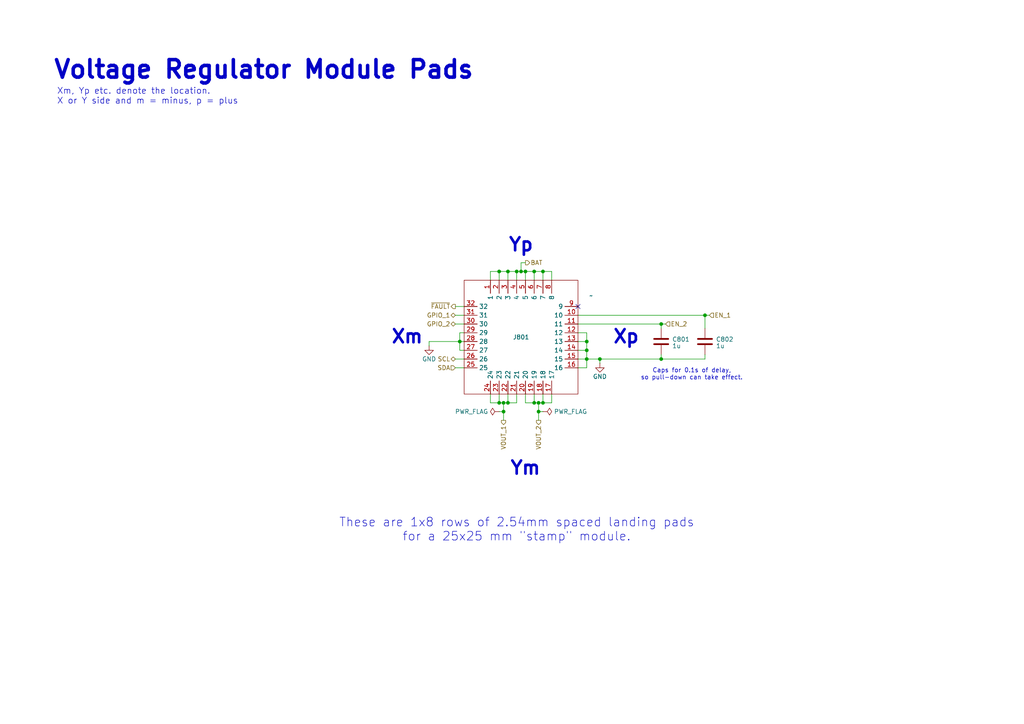
<source format=kicad_sch>
(kicad_sch (version 20250114) (generator "eeschema") (generator_version "9.0")
  (paper "A4")
  (title_block (title "bac EPS v1") (date "2024-09-30") (rev "1") (company "Build a CubeSat") (comment 1 "Manuel Imboden") (comment 2 "CC BY-SA 4.0") (comment 3 "https://buildacubesat.space"))
  (lib_symbols
    (symbol "Device:C" (pin_numbers (hide yes)) (pin_names (offset 0.254))
      (property "Reference" "C" (at 0.635 2.54 0))
      (property "Value" "C" (at 0.635 -2.54 0))
      (symbol "C_0_1"
        (polyline (pts (xy -2.032 0.762) (xy 2.032 0.762)) (stroke (width 0.508)))
        (polyline (pts (xy -2.032 -0.762) (xy 2.032 -0.762)) (stroke (width 0.508)))
      )
      (symbol "C_1_1"
        (pin passive line (at 0 3.81 270) (length 2.794) (name "~") (number "1"))
        (pin passive line (at 0 -3.81 90) (length 2.794) (name "~") (number "2"))
      )
    )
    (symbol "bac EPS v1:bac EPS v1 Module"
      (property "Reference" "J" (at -0.254 0 0))
      (symbol "bac EPS v1 Module_0_1"
        (rectangle (start -16.51 16.51) (end 16.51 -16.51))
      )
      (symbol "bac EPS v1 Module_1_1"
        (pin passive line (at -16.51 8.89 0) (length 3.81) (name "32") (number "32"))
        (pin passive line (at -16.51 6.35 0) (length 3.81) (name "31") (number "31"))
        (pin passive line (at -16.51 3.81 0) (length 3.81) (name "30") (number "30"))
        (pin passive line (at -16.51 1.27 0) (length 3.81) (name "29") (number "29"))
        (pin passive line (at -16.51 -1.27 0) (length 3.81) (name "28") (number "28"))
        (pin passive line (at -16.51 -3.81 0) (length 3.81) (name "27") (number "27"))
        (pin passive line (at -16.51 -6.35 0) (length 3.81) (name "26") (number "26"))
        (pin passive line (at -16.51 -8.89 0) (length 3.81) (name "25") (number "25"))
        (pin passive line (at -8.89 16.51 270) (length 3.81) (name "1") (number "1"))
        (pin passive line (at -8.89 -16.51 90) (length 3.81) (name "24") (number "24"))
        (pin passive line (at -6.35 16.51 270) (length 3.81) (name "2") (number "2"))
        (pin passive line (at -6.35 -16.51 90) (length 3.81) (name "23") (number "23"))
        (pin passive line (at -3.81 16.51 270) (length 3.81) (name "3") (number "3"))
        (pin passive line (at -3.81 -16.51 90) (length 3.81) (name "22") (number "22"))
        (pin passive line (at -1.27 16.51 270) (length 3.81) (name "4") (number "4"))
        (pin passive line (at -1.27 -16.51 90) (length 3.81) (name "21") (number "21"))
        (pin passive line (at 1.27 16.51 270) (length 3.81) (name "5") (number "5"))
        (pin passive line (at 1.27 -16.51 90) (length 3.81) (name "20") (number "20"))
        (pin passive line (at 3.81 16.51 270) (length 3.81) (name "6") (number "6"))
        (pin passive line (at 3.81 -16.51 90) (length 3.81) (name "19") (number "19"))
        (pin passive line (at 6.35 16.51 270) (length 3.81) (name "7") (number "7"))
        (pin passive line (at 6.35 -16.51 90) (length 3.81) (name "18") (number "18"))
        (pin passive line (at 8.89 16.51 270) (length 3.81) (name "8") (number "8"))
        (pin passive line (at 8.89 -16.51 90) (length 3.81) (name "17") (number "17"))
        (pin passive line (at 16.51 8.89 180) (length 3.81) (name "9") (number "9"))
        (pin passive line (at 16.51 6.35 180) (length 3.81) (name "10") (number "10"))
        (pin passive line (at 16.51 3.81 180) (length 3.81) (name "11") (number "11"))
        (pin passive line (at 16.51 1.27 180) (length 3.81) (name "12") (number "12"))
        (pin passive line (at 16.51 -1.27 180) (length 3.81) (name "13") (number "13"))
        (pin passive line (at 16.51 -3.81 180) (length 3.81) (name "14") (number "14"))
        (pin passive line (at 16.51 -6.35 180) (length 3.81) (name "15") (number "15"))
        (pin passive line (at 16.51 -8.89 180) (length 3.81) (name "16") (number "16"))
      )
    )
    (symbol "power:GND" (power) (pin_numbers (hide yes)) (pin_names (offset 0) (hide yes))
      (property "Value" "GND" (at 0 -3.81 0))
      (symbol "GND_0_1"
        (polyline (pts (xy 0 0) (xy 0 -1.27) (xy 1.27 -1.27) (xy 0 -2.54) (xy -1.27 -1.27) (xy 0 -1.27)))
      )
      (symbol "GND_1_1"
        (pin power_in line (at 0 0 270) (length 0) (name "~") (number "1"))
      )
    )
    (symbol "power:PWR_FLAG" (power) (pin_numbers (hide yes)) (pin_names (offset 0) (hide yes))
      (property "Value" "PWR_FLAG" (at 0 3.81 0))
      (symbol "PWR_FLAG_0_0"
        (pin power_out line (at 0 0 90) (length 0) (name "~") (number "1"))
      )
      (symbol "PWR_FLAG_0_1"
        (polyline (pts (xy 0 0) (xy 0 1.27) (xy -1.016 1.905) (xy 0 2.54) (xy 1.016 1.905) (xy 0 1.27)))
      )
    )
  )
  (text "Caps for 0.1s of delay,\nso pull-down can take effect." (at 200.66 108.585 0) (effects (font (size 1.27 1.27))))
  (text "These are 1x8 rows of 2.54mm spaced landing pads\nfor a 25x25 mm \"stamp\" module." (at 149.86 153.67 0) (effects (font (size 2.54 2.54))))
  (text "Ym" (at 152.4 135.89 0) (effects (font (size 3.81 3.81) (thickness 0.762) (bold yes))))
  (text "Xp" (at 181.61 97.79 0) (effects (font (size 3.81 3.81) (thickness 0.762) (bold yes))))
  (text "Xm" (at 118.11 97.79 0) (effects (font (size 3.81 3.81) (thickness 0.762) (bold yes))))
  (text "Xm, Yp etc. denote the location.\nX or Y side and m = minus, p = plus" (at 16.51 27.94 0) (effects (font (size 1.778 1.778)) (justify left)))
  (text "Yp" (at 151.13 71.12 0) (effects (font (size 3.81 3.81) (thickness 0.762) (bold yes))))
  (text "Voltage Regulator Module Pads" (at 15.24 20.32 0) (effects (font (size 5.08 5.08) (thickness 1.016) (bold yes)) (justify left)))
  (junction (at 157.48 116.84))
  (junction (at 157.48 78.74))
  (junction (at 144.78 78.74))
  (junction (at 152.4 78.74))
  (junction (at 173.99 104.14))
  (junction (at 151.13 78.74))
  (junction (at 154.94 116.84))
  (junction (at 146.05 119.38))
  (junction (at 156.21 116.84))
  (junction (at 147.32 116.84))
  (junction (at 204.47 91.44))
  (junction (at 170.18 101.6))
  (junction (at 170.18 104.14))
  (junction (at 191.77 93.98))
  (junction (at 191.77 104.14))
  (junction (at 147.32 78.74))
  (junction (at 170.18 99.06))
  (junction (at 149.86 78.74))
  (junction (at 133.35 99.06))
  (junction (at 146.05 116.84))
  (junction (at 144.78 116.84))
  (junction (at 154.94 78.74))
  (junction (at 156.21 119.38))
  (no_connect (at 167.64 88.9))
  (wire (pts (xy 147.32 78.74) (xy 147.32 81.28)))
  (wire (pts (xy 134.62 101.6) (xy 133.35 101.6)))
  (wire (pts (xy 154.94 116.84) (xy 152.4 116.84)))
  (wire (pts (xy 134.62 91.44) (xy 132.08 91.44)))
  (wire (pts (xy 191.77 93.98) (xy 191.77 95.25)))
  (wire (pts (xy 149.86 116.84) (xy 147.32 116.84)))
  (wire (pts (xy 167.64 96.52) (xy 170.18 96.52)))
  (wire (pts (xy 156.21 116.84) (xy 154.94 116.84)))
  (wire (pts (xy 144.78 114.3) (xy 144.78 116.84)))
  (wire (pts (xy 146.05 121.92) (xy 146.05 119.38)))
  (wire (pts (xy 191.77 102.87) (xy 191.77 104.14)))
  (wire (pts (xy 152.4 114.3) (xy 152.4 116.84)))
  (wire (pts (xy 167.64 93.98) (xy 191.77 93.98)))
  (wire (pts (xy 157.48 116.84) (xy 156.21 116.84)))
  (wire (pts (xy 152.4 78.74) (xy 154.94 78.74)))
  (wire (pts (xy 152.4 78.74) (xy 152.4 81.28)))
  (wire (pts (xy 147.32 116.84) (xy 146.05 116.84)))
  (wire (pts (xy 147.32 78.74) (xy 149.86 78.74)))
  (wire (pts (xy 173.99 104.14) (xy 173.99 105.41)))
  (wire (pts (xy 157.48 78.74) (xy 160.02 78.74)))
  (wire (pts (xy 156.21 119.38) (xy 157.48 119.38)))
  (wire (pts (xy 156.21 116.84) (xy 156.21 119.38)))
  (wire (pts (xy 170.18 101.6) (xy 170.18 104.14)))
  (wire (pts (xy 204.47 91.44) (xy 204.47 95.25)))
  (wire (pts (xy 157.48 114.3) (xy 157.48 116.84)))
  (wire (pts (xy 133.35 96.52) (xy 133.35 99.06)))
  (wire (pts (xy 151.13 76.2) (xy 151.13 78.74)))
  (wire (pts (xy 124.46 99.06) (xy 133.35 99.06)))
  (wire (pts (xy 142.24 81.28) (xy 142.24 78.74)))
  (wire (pts (xy 144.78 116.84) (xy 142.24 116.84)))
  (wire (pts (xy 151.13 78.74) (xy 152.4 78.74)))
  (wire (pts (xy 170.18 104.14) (xy 170.18 106.68)))
  (wire (pts (xy 160.02 116.84) (xy 157.48 116.84)))
  (wire (pts (xy 154.94 114.3) (xy 154.94 116.84)))
  (wire (pts (xy 170.18 96.52) (xy 170.18 99.06)))
  (wire (pts (xy 149.86 78.74) (xy 151.13 78.74)))
  (wire (pts (xy 173.99 104.14) (xy 170.18 104.14)))
  (wire (pts (xy 146.05 119.38) (xy 144.78 119.38)))
  (wire (pts (xy 167.64 91.44) (xy 204.47 91.44)))
  (wire (pts (xy 170.18 99.06) (xy 170.18 101.6)))
  (wire (pts (xy 132.08 88.9) (xy 134.62 88.9)))
  (wire (pts (xy 191.77 104.14) (xy 204.47 104.14)))
  (wire (pts (xy 134.62 99.06) (xy 133.35 99.06)))
  (wire (pts (xy 167.64 106.68) (xy 170.18 106.68)))
  (wire (pts (xy 167.64 99.06) (xy 170.18 99.06)))
  (wire (pts (xy 147.32 114.3) (xy 147.32 116.84)))
  (wire (pts (xy 173.99 104.14) (xy 191.77 104.14)))
  (wire (pts (xy 134.62 96.52) (xy 133.35 96.52)))
  (wire (pts (xy 160.02 78.74) (xy 160.02 81.28)))
  (wire (pts (xy 167.64 101.6) (xy 170.18 101.6)))
  (wire (pts (xy 144.78 78.74) (xy 144.78 81.28)))
  (wire (pts (xy 151.13 76.2) (xy 152.4 76.2)))
  (wire (pts (xy 154.94 78.74) (xy 154.94 81.28)))
  (wire (pts (xy 157.48 78.74) (xy 157.48 81.28)))
  (wire (pts (xy 204.47 91.44) (xy 205.74 91.44)))
  (wire (pts (xy 142.24 114.3) (xy 142.24 116.84)))
  (wire (pts (xy 149.86 78.74) (xy 149.86 81.28)))
  (wire (pts (xy 132.08 106.68) (xy 134.62 106.68)))
  (wire (pts (xy 134.62 104.14) (xy 132.08 104.14)))
  (wire (pts (xy 160.02 114.3) (xy 160.02 116.84)))
  (wire (pts (xy 146.05 116.84) (xy 144.78 116.84)))
  (wire (pts (xy 167.64 104.14) (xy 170.18 104.14)))
  (wire (pts (xy 144.78 78.74) (xy 147.32 78.74)))
  (wire (pts (xy 149.86 114.3) (xy 149.86 116.84)))
  (wire (pts (xy 133.35 99.06) (xy 133.35 101.6)))
  (wire (pts (xy 134.62 93.98) (xy 132.08 93.98)))
  (wire (pts (xy 142.24 78.74) (xy 144.78 78.74)))
  (wire (pts (xy 154.94 78.74) (xy 157.48 78.74)))
  (wire (pts (xy 204.47 104.14) (xy 204.47 102.87)))
  (wire (pts (xy 146.05 119.38) (xy 146.05 116.84)))
  (wire (pts (xy 191.77 93.98) (xy 193.04 93.98)))
  (wire (pts (xy 124.46 99.06) (xy 124.46 100.33)))
  (wire (pts (xy 156.21 119.38) (xy 156.21 121.92)))
  (hierarchical_label "~{FAULT}" (shape output) (at 132.08 88.9 180))
  (hierarchical_label "SDA" (shape input) (at 132.08 106.68 180))
  (hierarchical_label "BAT" (shape output) (at 152.4 76.2 0))
  (hierarchical_label "GPIO_2" (shape bidirectional) (at 132.08 93.98 180))
  (hierarchical_label "EN_1" (shape input) (at 205.74 91.44 0))
  (hierarchical_label "SCL" (shape bidirectional) (at 132.08 104.14 180))
  (hierarchical_label "GPIO_1" (shape bidirectional) (at 132.08 91.44 180))
  (hierarchical_label "VOUT_1" (shape output) (at 146.05 121.92 270))
  (hierarchical_label "VOUT_2" (shape output) (at 156.21 121.92 270))
  (hierarchical_label "EN_2" (shape input) (at 193.04 93.98 0))
  (symbol (lib_id "bac EPS v1:bac EPS v1 Module") (at 151.13 97.79 0) (unit 1)
    (property "Reference" "J701" (at 151.13 97.79 0))
    (property "Value" "~" (at 171.45 85.7565 0))
    (property "Footprint" "bac EPS v1:bac-eps-v1-module-landing-pad" (effects (hide yes)))
    (property "Description" "Landing Pad array for a 25 x 25 mm sized solder-on module" (effects (hide yes)))
    (instances (project "bac-eps-v1" (path "" (reference "J801") (unit 1)) (path "" (reference "J701") (unit 1))))
  )
  (symbol (lib_id "power:PWR_FLAG") (at 157.48 119.38 270) (unit 1)
    (property "Reference" "#FLG0702" (effects (hide yes)))
    (property "Value" "PWR_FLAG" (at 160.655 119.38 90) (effects (justify left)))
    (property "Description" "Special symbol for telling ERC where power comes from" (effects (hide yes)))
    (instances (project "bac-eps-v1" (path "" (reference "#FLG0802") (unit 1)) (path "" (reference "#FLG0702") (unit 1))))
  )
  (symbol (lib_id "power:PWR_FLAG") (at 144.78 119.38 90) (mirror x) (unit 1)
    (property "Reference" "#FLG0701" (effects (hide yes)))
    (property "Value" "PWR_FLAG" (at 141.605 119.38 90) (effects (justify left)))
    (property "Description" "Special symbol for telling ERC where power comes from" (effects (hide yes)))
    (instances (project "bac-eps-v1" (path "" (reference "#FLG0801") (unit 1)) (path "" (reference "#FLG0701") (unit 1))))
  )
  (symbol (lib_id "Device:C") (at 204.47 99.06 180) (unit 1)
    (property "Reference" "C702" (at 207.645 98.425 0) (effects (justify right)))
    (property "Value" "1u" (at 207.645 100.33 0) (effects (justify right)))
    (property "Footprint" "Capacitor_SMD:C_0603_1608Metric" (effects (hide yes)))
    (property "Description" "Unpolarized capacitor" (effects (hide yes)))
    (property "Package" "0603" (effects (hide yes)))
    (property "Temperature Coefficient" "X7R" (effects (hide yes)))
    (property "Tolerance" "10%" (effects (hide yes)))
    (property "Rated Voltage" "35V" (effects (hide yes)))
    (instances (project "bac-eps-v1" (path "" (reference "C802") (unit 1)) (path "" (reference "C702") (unit 1))))
  )
  (symbol (lib_id "Device:C") (at 191.77 99.06 180) (unit 1)
    (property "Reference" "C701" (at 194.945 98.425 0) (effects (justify right)))
    (property "Value" "1u" (at 194.945 100.33 0) (effects (justify right)))
    (property "Footprint" "Capacitor_SMD:C_0603_1608Metric" (effects (hide yes)))
    (property "Description" "Unpolarized capacitor" (effects (hide yes)))
    (property "Package" "0603" (effects (hide yes)))
    (property "Temperature Coefficient" "X7R" (effects (hide yes)))
    (property "Tolerance" "10%" (effects (hide yes)))
    (property "Rated Voltage" "35V" (effects (hide yes)))
    (instances (project "bac-eps-v1" (path "" (reference "C801") (unit 1)) (path "" (reference "C701") (unit 1))))
  )
  (symbol (lib_id "power:GND") (at 124.46 100.33 0) (unit 1) (in_bom no) (on_board no)
    (property "Reference" "#PWR0701" (effects (hide yes)))
    (property "Value" "GND" (at 124.46 104.14 0))
    (property "Description" "Power symbol creates a global label with name \"GND\" , ground" (effects (hide yes)))
    (instances (project "bac-eps-v1" (path "" (reference "#PWR0801") (unit 1)) (path "" (reference "#PWR0701") (unit 1))))
  )
  (symbol (lib_id "power:GND") (at 173.99 105.41 0) (mirror y) (unit 1) (in_bom no) (on_board no)
    (property "Reference" "#PWR0702" (effects (hide yes)))
    (property "Value" "GND" (at 173.99 109.22 0))
    (property "Description" "Power symbol creates a global label with name \"GND\" , ground" (effects (hide yes)))
    (instances (project "bac-eps-v1" (path "" (reference "#PWR0802") (unit 1)) (path "" (reference "#PWR0702") (unit 1))))
  )
)
</source>
